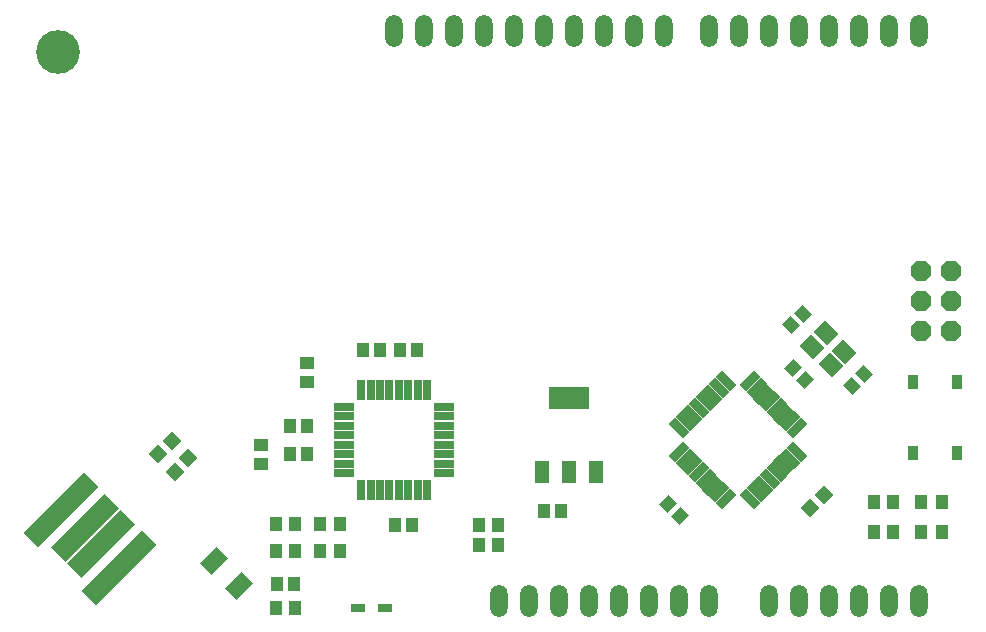
<source format=gts>
G04 Layer_Color=8388736*
%FSLAX24Y24*%
%MOIN*%
G70*
G01*
G75*
G04:AMPARAMS|DCode=41|XSize=45.4mil|YSize=43.4mil|CornerRadius=0mil|HoleSize=0mil|Usage=FLASHONLY|Rotation=315.000|XOffset=0mil|YOffset=0mil|HoleType=Round|Shape=Rectangle|*
%AMROTATEDRECTD41*
4,1,4,-0.0314,0.0007,-0.0007,0.0314,0.0314,-0.0007,0.0007,-0.0314,-0.0314,0.0007,0.0*
%
%ADD41ROTATEDRECTD41*%

%ADD42R,0.0454X0.0434*%
%ADD43R,0.0434X0.0454*%
%ADD44R,0.0395X0.0454*%
%ADD45R,0.0387X0.0470*%
G04:AMPARAMS|DCode=46|XSize=283.6mil|YSize=67.1mil|CornerRadius=0mil|HoleSize=0mil|Usage=FLASHONLY|Rotation=45.000|XOffset=0mil|YOffset=0mil|HoleType=Round|Shape=Rectangle|*
%AMROTATEDRECTD46*
4,1,4,-0.0766,-0.1240,-0.1240,-0.0766,0.0766,0.1240,0.1240,0.0766,-0.0766,-0.1240,0.0*
%
%ADD46ROTATEDRECTD46*%

G04:AMPARAMS|DCode=47|XSize=254.1mil|YSize=67.1mil|CornerRadius=0mil|HoleSize=0mil|Usage=FLASHONLY|Rotation=45.000|XOffset=0mil|YOffset=0mil|HoleType=Round|Shape=Rectangle|*
%AMROTATEDRECTD47*
4,1,4,-0.0661,-0.1135,-0.1135,-0.0661,0.0661,0.1135,0.1135,0.0661,-0.0661,-0.1135,0.0*
%
%ADD47ROTATEDRECTD47*%

G04:AMPARAMS|DCode=48|XSize=63.1mil|YSize=53.3mil|CornerRadius=0mil|HoleSize=0mil|Usage=FLASHONLY|Rotation=135.000|XOffset=0mil|YOffset=0mil|HoleType=Round|Shape=Rectangle|*
%AMROTATEDRECTD48*
4,1,4,0.0412,-0.0035,0.0035,-0.0412,-0.0412,0.0035,-0.0035,0.0412,0.0412,-0.0035,0.0*
%
%ADD48ROTATEDRECTD48*%

G04:AMPARAMS|DCode=49|XSize=66.1mil|YSize=31.6mil|CornerRadius=0mil|HoleSize=0mil|Usage=FLASHONLY|Rotation=225.000|XOffset=0mil|YOffset=0mil|HoleType=Round|Shape=Rectangle|*
%AMROTATEDRECTD49*
4,1,4,0.0122,0.0345,0.0345,0.0122,-0.0122,-0.0345,-0.0345,-0.0122,0.0122,0.0345,0.0*
%
%ADD49ROTATEDRECTD49*%

G04:AMPARAMS|DCode=50|XSize=66.1mil|YSize=31.6mil|CornerRadius=0mil|HoleSize=0mil|Usage=FLASHONLY|Rotation=315.000|XOffset=0mil|YOffset=0mil|HoleType=Round|Shape=Rectangle|*
%AMROTATEDRECTD50*
4,1,4,-0.0345,0.0122,-0.0122,0.0345,0.0345,-0.0122,0.0122,-0.0345,-0.0345,0.0122,0.0*
%
%ADD50ROTATEDRECTD50*%

G04:AMPARAMS|DCode=51|XSize=47mil|YSize=38.7mil|CornerRadius=0mil|HoleSize=0mil|Usage=FLASHONLY|Rotation=225.000|XOffset=0mil|YOffset=0mil|HoleType=Round|Shape=Rectangle|*
%AMROTATEDRECTD51*
4,1,4,0.0029,0.0303,0.0303,0.0029,-0.0029,-0.0303,-0.0303,-0.0029,0.0029,0.0303,0.0*
%
%ADD51ROTATEDRECTD51*%

G04:AMPARAMS|DCode=52|XSize=47mil|YSize=38.7mil|CornerRadius=0mil|HoleSize=0mil|Usage=FLASHONLY|Rotation=315.000|XOffset=0mil|YOffset=0mil|HoleType=Round|Shape=Rectangle|*
%AMROTATEDRECTD52*
4,1,4,-0.0303,0.0029,-0.0029,0.0303,0.0303,-0.0029,0.0029,-0.0303,-0.0303,0.0029,0.0*
%
%ADD52ROTATEDRECTD52*%

G04:AMPARAMS|DCode=53|XSize=79.7mil|YSize=53.7mil|CornerRadius=0mil|HoleSize=0mil|Usage=FLASHONLY|Rotation=225.000|XOffset=0mil|YOffset=0mil|HoleType=Round|Shape=Rectangle|*
%AMROTATEDRECTD53*
4,1,4,0.0092,0.0471,0.0471,0.0092,-0.0092,-0.0471,-0.0471,-0.0092,0.0092,0.0471,0.0*
%
%ADD53ROTATEDRECTD53*%

%ADD54R,0.0661X0.0316*%
%ADD55R,0.0316X0.0661*%
%ADD56R,0.0513X0.0277*%
%ADD57R,0.0454X0.0769*%
%ADD58R,0.1340X0.0769*%
%ADD59R,0.0356X0.0474*%
%ADD60O,0.0580X0.1080*%
%ADD61P,0.0747X8X292.5*%
%ADD62C,0.1458*%
D41*
X5774Y6325D02*
D03*
X5328Y5880D02*
D03*
X6325Y5735D02*
D03*
X5880Y5289D02*
D03*
X27506Y4514D02*
D03*
X27061Y4069D02*
D03*
D42*
X8740Y5551D02*
D03*
Y6181D02*
D03*
X10276Y8898D02*
D03*
Y8268D02*
D03*
D43*
X16654Y3504D02*
D03*
X16024D02*
D03*
X16654Y2835D02*
D03*
X16024D02*
D03*
X29803Y3268D02*
D03*
X29173D02*
D03*
X29803Y4291D02*
D03*
X29173D02*
D03*
X9882Y748D02*
D03*
X9252D02*
D03*
Y2638D02*
D03*
X9882D02*
D03*
X9252Y3543D02*
D03*
X9882D02*
D03*
D44*
X31437Y3268D02*
D03*
X30768D02*
D03*
X31437Y4291D02*
D03*
X30768D02*
D03*
X10728Y2638D02*
D03*
X11398D02*
D03*
X10728Y3543D02*
D03*
X11398D02*
D03*
D45*
X9724Y5866D02*
D03*
X10276D02*
D03*
X9724Y6811D02*
D03*
X10276D02*
D03*
X13386Y9331D02*
D03*
X13937D02*
D03*
X13780Y3504D02*
D03*
X13228D02*
D03*
X9291Y1535D02*
D03*
X9843D02*
D03*
X12165Y9331D02*
D03*
X12717D02*
D03*
X18189Y3976D02*
D03*
X18740D02*
D03*
D46*
X4022Y2068D02*
D03*
X2074Y4017D02*
D03*
D47*
X3431Y2868D02*
D03*
X2874Y3425D02*
D03*
D48*
X28184Y9282D02*
D03*
X27571Y9894D02*
D03*
X27126Y9449D02*
D03*
X27738Y8836D02*
D03*
D49*
X26605Y6739D02*
D03*
X26382Y6962D02*
D03*
X26160Y7184D02*
D03*
X25937Y7407D02*
D03*
X25714Y7630D02*
D03*
X25491Y7852D02*
D03*
X25269Y8075D02*
D03*
X25046Y8298D02*
D03*
X22686Y5938D02*
D03*
X22909Y5716D02*
D03*
X23132Y5493D02*
D03*
X23354Y5270D02*
D03*
X23577Y5047D02*
D03*
X23800Y4825D02*
D03*
X24023Y4602D02*
D03*
X24245Y4379D02*
D03*
D50*
Y8298D02*
D03*
X24023Y8075D02*
D03*
X23800Y7852D02*
D03*
X23577Y7630D02*
D03*
X23354Y7407D02*
D03*
X23132Y7184D02*
D03*
X22909Y6962D02*
D03*
X22686Y6739D02*
D03*
X25046Y4379D02*
D03*
X25269Y4602D02*
D03*
X25491Y4825D02*
D03*
X25714Y5047D02*
D03*
X25937Y5270D02*
D03*
X26160Y5493D02*
D03*
X26382Y5716D02*
D03*
X26605Y5938D02*
D03*
D51*
X26498Y8738D02*
D03*
X26888Y8348D02*
D03*
X22715Y3821D02*
D03*
X22325Y4211D02*
D03*
D52*
X28467Y8152D02*
D03*
X28856Y8541D02*
D03*
X26419Y10159D02*
D03*
X26809Y10549D02*
D03*
D53*
X7188Y2300D02*
D03*
X8009Y1479D02*
D03*
D54*
X11520Y7441D02*
D03*
Y7126D02*
D03*
Y6811D02*
D03*
Y6496D02*
D03*
Y6181D02*
D03*
Y5866D02*
D03*
Y5551D02*
D03*
Y5236D02*
D03*
X14857D02*
D03*
Y5551D02*
D03*
Y5866D02*
D03*
Y6181D02*
D03*
Y6496D02*
D03*
Y6811D02*
D03*
Y7126D02*
D03*
Y7441D02*
D03*
D55*
X12087Y4670D02*
D03*
X12402D02*
D03*
X12717D02*
D03*
X13031D02*
D03*
X13346D02*
D03*
X13661D02*
D03*
X13976D02*
D03*
X14291D02*
D03*
Y8007D02*
D03*
X13976D02*
D03*
X13661D02*
D03*
X13346D02*
D03*
X13031D02*
D03*
X12717D02*
D03*
X12402D02*
D03*
X12087D02*
D03*
D56*
X12894Y748D02*
D03*
X11988D02*
D03*
D57*
X18110Y5276D02*
D03*
X19016D02*
D03*
X19921D02*
D03*
D58*
X19016Y7756D02*
D03*
D59*
X30492Y5906D02*
D03*
Y8268D02*
D03*
X31949Y5906D02*
D03*
Y8268D02*
D03*
D60*
X30693Y19984D02*
D03*
X29693D02*
D03*
X28693D02*
D03*
X27693D02*
D03*
X26693D02*
D03*
X25693D02*
D03*
X24693D02*
D03*
X23693D02*
D03*
X22193D02*
D03*
X21193D02*
D03*
X20193D02*
D03*
X19193D02*
D03*
X18193D02*
D03*
X17193D02*
D03*
X16193D02*
D03*
X15193D02*
D03*
X14193D02*
D03*
X13193D02*
D03*
X16693Y984D02*
D03*
X17693D02*
D03*
X18693D02*
D03*
X19693D02*
D03*
X20693D02*
D03*
X21693D02*
D03*
X22693D02*
D03*
X23693D02*
D03*
X25693D02*
D03*
X26693D02*
D03*
X27693D02*
D03*
X28693D02*
D03*
X29693D02*
D03*
X30693D02*
D03*
D61*
X30743Y11984D02*
D03*
X31743D02*
D03*
X30743Y10984D02*
D03*
X31743D02*
D03*
X30743Y9984D02*
D03*
X31743D02*
D03*
D62*
X1969Y19291D02*
D03*
M02*

</source>
